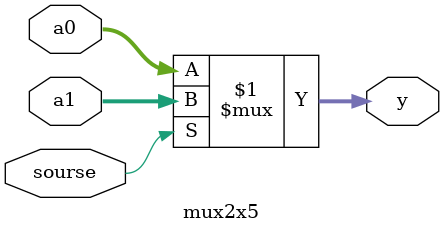
<source format=v>
module mux2x5 (sourse, a0, a1, 
				y);
	input       sourse;
	input [4:0] a0,a1;

	output [4:0] y;

	assign y = sourse ? a1 : a0;
	
endmodule
</source>
